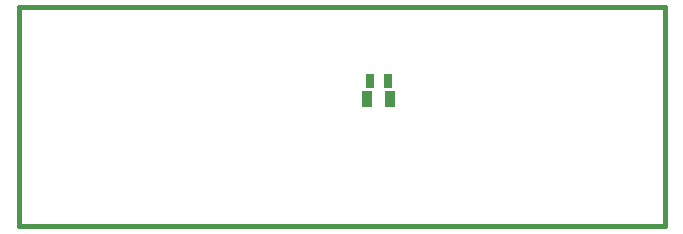
<source format=gbp>
G04 (created by PCBNEW-RS274X (2010-03-14)-final) date jue 03 nov 2011 19:09:22 ART*
G01*
G70*
G90*
%MOIN*%
G04 Gerber Fmt 3.4, Leading zero omitted, Abs format*
%FSLAX34Y34*%
G04 APERTURE LIST*
%ADD10C,0.000100*%
%ADD11C,0.015000*%
%ADD12R,0.035000X0.055000*%
%ADD13R,0.025000X0.045000*%
G04 APERTURE END LIST*
G54D10*
G54D11*
X76900Y-45850D02*
X76900Y-53150D01*
X76900Y-53150D02*
X55350Y-53150D01*
X55350Y-53150D02*
X55350Y-45850D01*
X55350Y-45850D02*
X76900Y-45850D01*
G54D12*
X67725Y-48900D03*
X66975Y-48900D03*
G54D13*
X67650Y-48300D03*
X67050Y-48300D03*
M02*

</source>
